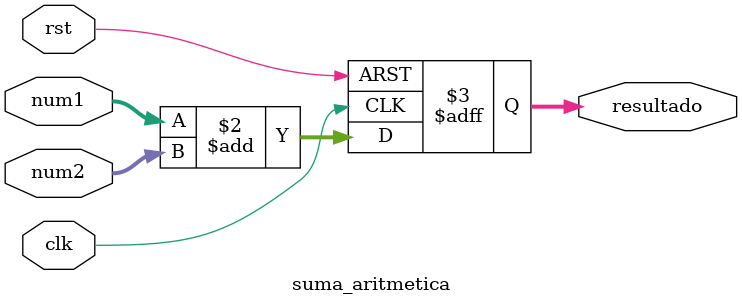
<source format=sv>
module suma_aritmetica (
    input logic [11:0] num1,        // Número de tres dígitos en binario
    input logic [11:0] num2,
    input logic clk,                // Señal de reloj de 27 MHz
    input logic rst,  
    output logic [12:0] resultado              // Señal de reinicio asíncrono
);

    // Lógica de suma sincrónica con manejo de reset
    always_ff @(posedge clk or posedge rst) begin
        if (rst) begin
            resultado <= 13'd0;  // Resetear resultado a 0

        end else begin
            resultado<= num1 + num2;  // Sumar los números de entrada
        end
    end

    

endmodule


</source>
